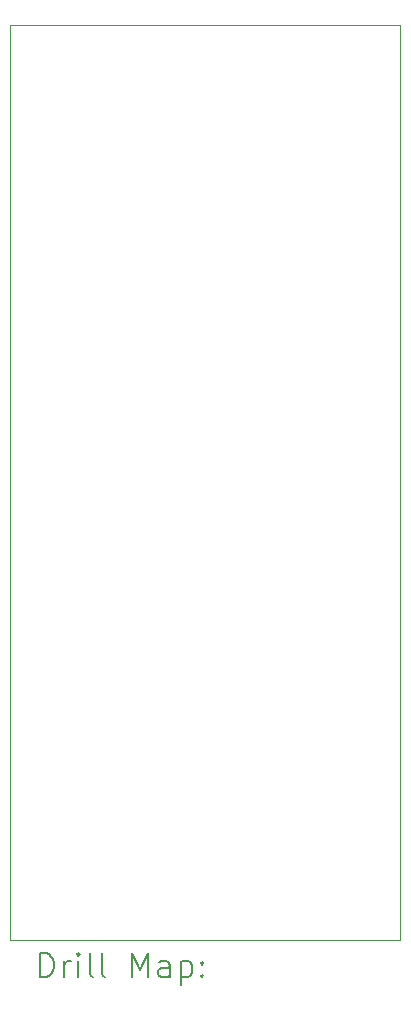
<source format=gbr>
%FSLAX45Y45*%
G04 Gerber Fmt 4.5, Leading zero omitted, Abs format (unit mm)*
G04 Created by KiCad (PCBNEW (6.0.5)) date 2023-02-14 12:10:40*
%MOMM*%
%LPD*%
G01*
G04 APERTURE LIST*
%TA.AperFunction,Profile*%
%ADD10C,0.100000*%
%TD*%
%ADD11C,0.200000*%
G04 APERTURE END LIST*
D10*
X10033000Y-13208000D02*
X10033000Y-5461000D01*
X10033000Y-5461000D02*
X13335000Y-5461000D01*
X13335000Y-13208000D02*
X10033000Y-13208000D01*
X13335000Y-5461000D02*
X13335000Y-13208000D01*
D11*
X10285619Y-13523476D02*
X10285619Y-13323476D01*
X10333238Y-13323476D01*
X10361810Y-13333000D01*
X10380857Y-13352048D01*
X10390381Y-13371095D01*
X10399905Y-13409190D01*
X10399905Y-13437762D01*
X10390381Y-13475857D01*
X10380857Y-13494905D01*
X10361810Y-13513952D01*
X10333238Y-13523476D01*
X10285619Y-13523476D01*
X10485619Y-13523476D02*
X10485619Y-13390143D01*
X10485619Y-13428238D02*
X10495143Y-13409190D01*
X10504667Y-13399667D01*
X10523714Y-13390143D01*
X10542762Y-13390143D01*
X10609429Y-13523476D02*
X10609429Y-13390143D01*
X10609429Y-13323476D02*
X10599905Y-13333000D01*
X10609429Y-13342524D01*
X10618952Y-13333000D01*
X10609429Y-13323476D01*
X10609429Y-13342524D01*
X10733238Y-13523476D02*
X10714190Y-13513952D01*
X10704667Y-13494905D01*
X10704667Y-13323476D01*
X10838000Y-13523476D02*
X10818952Y-13513952D01*
X10809429Y-13494905D01*
X10809429Y-13323476D01*
X11066571Y-13523476D02*
X11066571Y-13323476D01*
X11133238Y-13466333D01*
X11199905Y-13323476D01*
X11199905Y-13523476D01*
X11380857Y-13523476D02*
X11380857Y-13418714D01*
X11371333Y-13399667D01*
X11352286Y-13390143D01*
X11314190Y-13390143D01*
X11295143Y-13399667D01*
X11380857Y-13513952D02*
X11361809Y-13523476D01*
X11314190Y-13523476D01*
X11295143Y-13513952D01*
X11285619Y-13494905D01*
X11285619Y-13475857D01*
X11295143Y-13456809D01*
X11314190Y-13447286D01*
X11361809Y-13447286D01*
X11380857Y-13437762D01*
X11476095Y-13390143D02*
X11476095Y-13590143D01*
X11476095Y-13399667D02*
X11495143Y-13390143D01*
X11533238Y-13390143D01*
X11552286Y-13399667D01*
X11561809Y-13409190D01*
X11571333Y-13428238D01*
X11571333Y-13485381D01*
X11561809Y-13504428D01*
X11552286Y-13513952D01*
X11533238Y-13523476D01*
X11495143Y-13523476D01*
X11476095Y-13513952D01*
X11657048Y-13504428D02*
X11666571Y-13513952D01*
X11657048Y-13523476D01*
X11647524Y-13513952D01*
X11657048Y-13504428D01*
X11657048Y-13523476D01*
X11657048Y-13399667D02*
X11666571Y-13409190D01*
X11657048Y-13418714D01*
X11647524Y-13409190D01*
X11657048Y-13399667D01*
X11657048Y-13418714D01*
M02*

</source>
